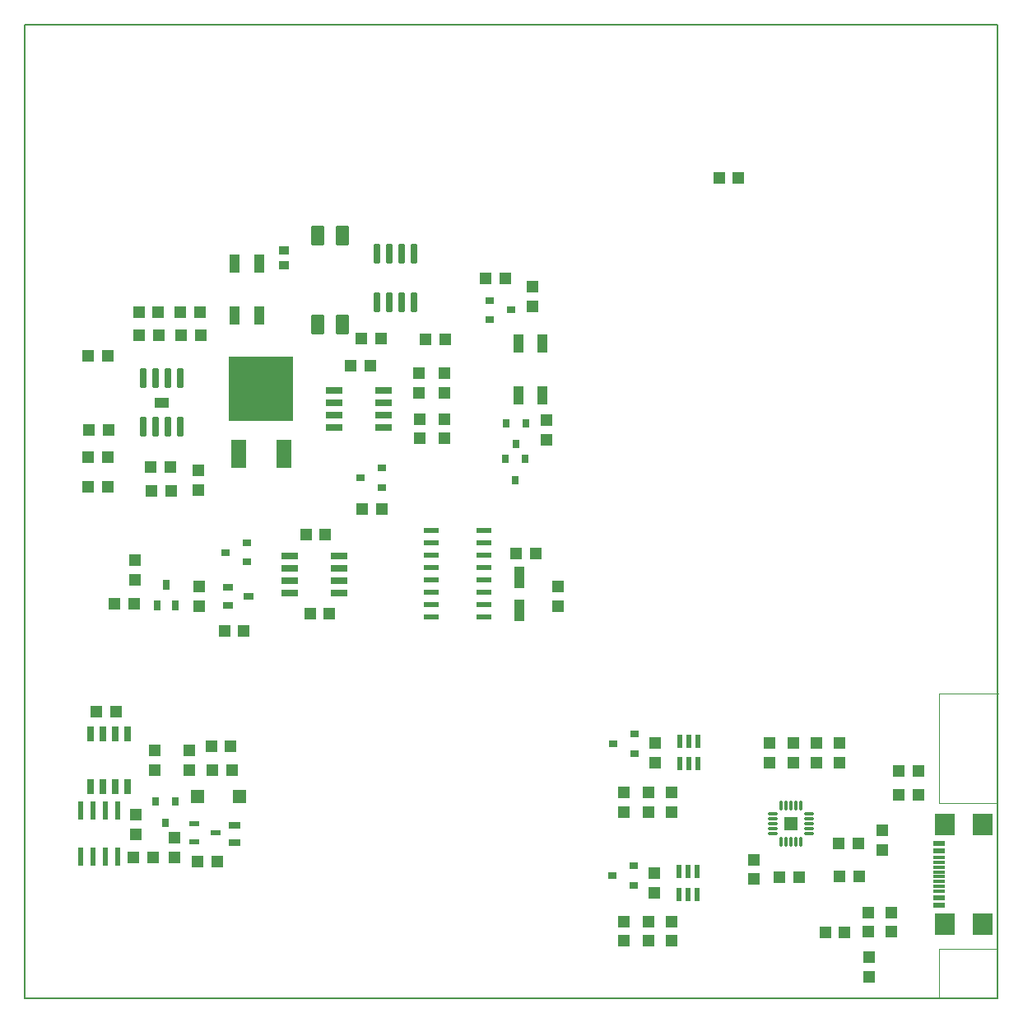
<source format=gtp>
G04*
G04 #@! TF.GenerationSoftware,Altium Limited,CircuitStudio,1.5.2 (30)*
G04*
G04 Layer_Color=7318015*
%FSLAX44Y44*%
%MOMM*%
G71*
G01*
G75*
%ADD10R,1.3000X1.2000*%
%ADD11R,1.2000X1.3000*%
%ADD12R,1.0000X2.2500*%
%ADD13R,0.5588X1.9812*%
G04:AMPARAMS|DCode=15|XSize=0.96mm|YSize=0.26mm|CornerRadius=0.0325mm|HoleSize=0mm|Usage=FLASHONLY|Rotation=270.000|XOffset=0mm|YOffset=0mm|HoleType=Round|Shape=RoundedRectangle|*
%AMROUNDEDRECTD15*
21,1,0.9600,0.1950,0,0,270.0*
21,1,0.8950,0.2600,0,0,270.0*
1,1,0.0650,-0.0975,-0.4475*
1,1,0.0650,-0.0975,0.4475*
1,1,0.0650,0.0975,0.4475*
1,1,0.0650,0.0975,-0.4475*
%
%ADD15ROUNDEDRECTD15*%
G04:AMPARAMS|DCode=16|XSize=0.26mm|YSize=0.96mm|CornerRadius=0.0325mm|HoleSize=0mm|Usage=FLASHONLY|Rotation=270.000|XOffset=0mm|YOffset=0mm|HoleType=Round|Shape=RoundedRectangle|*
%AMROUNDEDRECTD16*
21,1,0.2600,0.8950,0,0,270.0*
21,1,0.1950,0.9600,0,0,270.0*
1,1,0.0650,-0.4475,-0.0975*
1,1,0.0650,-0.4475,0.0975*
1,1,0.0650,0.4475,0.0975*
1,1,0.0650,0.4475,-0.0975*
%
%ADD16ROUNDEDRECTD16*%
%ADD17R,0.9000X0.8000*%
G04:AMPARAMS|DCode=18|XSize=1.59mm|YSize=0.57mm|CornerRadius=0.0712mm|HoleSize=0mm|Usage=FLASHONLY|Rotation=180.000|XOffset=0mm|YOffset=0mm|HoleType=Round|Shape=RoundedRectangle|*
%AMROUNDEDRECTD18*
21,1,1.5900,0.4275,0,0,180.0*
21,1,1.4475,0.5700,0,0,180.0*
1,1,0.1425,-0.7238,0.2138*
1,1,0.1425,0.7238,0.2138*
1,1,0.1425,0.7238,-0.2138*
1,1,0.1425,-0.7238,-0.2138*
%
%ADD18ROUNDEDRECTD18*%
%ADD19R,1.6000X3.0000*%
%ADD20R,6.7000X6.7000*%
%ADD21R,1.7000X0.6500*%
G04:AMPARAMS|DCode=22|XSize=1.09mm|YSize=0.61mm|CornerRadius=0.0763mm|HoleSize=0mm|Usage=FLASHONLY|Rotation=90.000|XOffset=0mm|YOffset=0mm|HoleType=Round|Shape=RoundedRectangle|*
%AMROUNDEDRECTD22*
21,1,1.0900,0.4575,0,0,90.0*
21,1,0.9375,0.6100,0,0,90.0*
1,1,0.1525,0.2288,0.4688*
1,1,0.1525,0.2288,-0.4688*
1,1,0.1525,-0.2288,-0.4688*
1,1,0.1525,-0.2288,0.4688*
%
%ADD22ROUNDEDRECTD22*%
G04:AMPARAMS|DCode=23|XSize=1.97mm|YSize=0.6mm|CornerRadius=0.075mm|HoleSize=0mm|Usage=FLASHONLY|Rotation=270.000|XOffset=0mm|YOffset=0mm|HoleType=Round|Shape=RoundedRectangle|*
%AMROUNDEDRECTD23*
21,1,1.9700,0.4500,0,0,270.0*
21,1,1.8200,0.6000,0,0,270.0*
1,1,0.1500,-0.2250,-0.9100*
1,1,0.1500,-0.2250,0.9100*
1,1,0.1500,0.2250,0.9100*
1,1,0.1500,0.2250,-0.9100*
%
%ADD23ROUNDEDRECTD23*%
G04:AMPARAMS|DCode=25|XSize=1.09mm|YSize=0.61mm|CornerRadius=0.0763mm|HoleSize=0mm|Usage=FLASHONLY|Rotation=0.000|XOffset=0mm|YOffset=0mm|HoleType=Round|Shape=RoundedRectangle|*
%AMROUNDEDRECTD25*
21,1,1.0900,0.4575,0,0,0.0*
21,1,0.9375,0.6100,0,0,0.0*
1,1,0.1525,0.4688,-0.2288*
1,1,0.1525,-0.4688,-0.2288*
1,1,0.1525,-0.4688,0.2288*
1,1,0.1525,0.4688,0.2288*
%
%ADD25ROUNDEDRECTD25*%
%ADD26R,0.9900X0.9200*%
%ADD27R,1.0500X1.8750*%
%ADD28R,0.8000X0.9000*%
G04:AMPARAMS|DCode=29|XSize=1.29mm|YSize=0.59mm|CornerRadius=0.0738mm|HoleSize=0mm|Usage=FLASHONLY|Rotation=270.000|XOffset=0mm|YOffset=0mm|HoleType=Round|Shape=RoundedRectangle|*
%AMROUNDEDRECTD29*
21,1,1.2900,0.4425,0,0,270.0*
21,1,1.1425,0.5900,0,0,270.0*
1,1,0.1475,-0.2213,-0.5713*
1,1,0.1475,-0.2213,0.5713*
1,1,0.1475,0.2213,0.5713*
1,1,0.1475,0.2213,-0.5713*
%
%ADD29ROUNDEDRECTD29*%
%ADD30R,1.1500X0.6000*%
%ADD31R,1.1500X0.3000*%
%ADD32R,2.0000X2.1800*%
%ADD33R,1.4400X1.4800*%
%ADD34R,1.0900X0.6100*%
%ADD35R,1.2300X0.7900*%
%ADD36R,0.6500X1.5000*%
G04:AMPARAMS|DCode=37|XSize=2.09mm|YSize=1.39mm|CornerRadius=0.1737mm|HoleSize=0mm|Usage=FLASHONLY|Rotation=90.000|XOffset=0mm|YOffset=0mm|HoleType=Round|Shape=RoundedRectangle|*
%AMROUNDEDRECTD37*
21,1,2.0900,1.0425,0,0,90.0*
21,1,1.7425,1.3900,0,0,90.0*
1,1,0.3475,0.5212,0.8712*
1,1,0.3475,0.5212,-0.8712*
1,1,0.3475,-0.5212,-0.8712*
1,1,0.3475,-0.5212,0.8712*
%
%ADD37ROUNDEDRECTD37*%
%ADD51C,0.1500*%
%ADD52C,0.1000*%
%ADD74R,1.3200X1.3200*%
G36*
X404140Y866940D02*
X389760D01*
Y877060D01*
X404140D01*
Y866940D01*
D02*
G37*
D10*
X804000Y683000D02*
D03*
Y663000D02*
D03*
X903000Y368000D02*
D03*
Y388000D02*
D03*
X904000Y502000D02*
D03*
Y522000D02*
D03*
X434460Y782000D02*
D03*
Y802000D02*
D03*
X435000Y683000D02*
D03*
Y663000D02*
D03*
X369000Y710000D02*
D03*
Y690000D02*
D03*
X662000Y835000D02*
D03*
Y855000D02*
D03*
X687000D02*
D03*
Y835000D02*
D03*
X687000Y882000D02*
D03*
Y902000D02*
D03*
X661000Y882000D02*
D03*
Y902000D02*
D03*
X792000Y834000D02*
D03*
Y854000D02*
D03*
X778000Y991000D02*
D03*
Y971000D02*
D03*
X872000Y451000D02*
D03*
Y471000D02*
D03*
X897000D02*
D03*
Y451000D02*
D03*
X921000Y471000D02*
D03*
Y451000D02*
D03*
X872000Y318544D02*
D03*
Y338544D02*
D03*
X897000D02*
D03*
Y318544D02*
D03*
X921000Y338544D02*
D03*
Y318544D02*
D03*
X1006000Y402000D02*
D03*
Y382000D02*
D03*
X1124000Y282000D02*
D03*
Y302000D02*
D03*
X1147000Y328000D02*
D03*
Y348000D02*
D03*
X1123000Y328000D02*
D03*
Y348000D02*
D03*
X1138000Y432000D02*
D03*
Y412000D02*
D03*
X1022000Y502000D02*
D03*
Y522000D02*
D03*
X1046000Y502000D02*
D03*
Y522000D02*
D03*
X1070000Y502000D02*
D03*
Y522000D02*
D03*
X1094000Y502000D02*
D03*
Y522000D02*
D03*
X369982Y448476D02*
D03*
Y428476D02*
D03*
X389033Y514516D02*
D03*
Y494516D02*
D03*
X409352Y404346D02*
D03*
Y424346D02*
D03*
X424593Y494516D02*
D03*
Y514516D02*
D03*
D11*
X970000Y1103000D02*
D03*
X990000D02*
D03*
X761000Y717000D02*
D03*
X781000D02*
D03*
X1032000Y384000D02*
D03*
X1052000D02*
D03*
X393000Y964960D02*
D03*
X373000D02*
D03*
X611000Y910000D02*
D03*
X591000D02*
D03*
X385460Y806000D02*
D03*
X405460D02*
D03*
X386000Y781000D02*
D03*
X406000D02*
D03*
X341810Y844060D02*
D03*
X321810D02*
D03*
X341000Y816000D02*
D03*
X321000D02*
D03*
X341000Y785000D02*
D03*
X321000D02*
D03*
X393460Y941000D02*
D03*
X373460D02*
D03*
X341000Y920000D02*
D03*
X321000D02*
D03*
X436000Y965000D02*
D03*
X416000D02*
D03*
X436460Y941000D02*
D03*
X416460D02*
D03*
X348000Y665000D02*
D03*
X368000D02*
D03*
X461000Y637000D02*
D03*
X481000D02*
D03*
X545000Y736000D02*
D03*
X565000D02*
D03*
X569000Y655000D02*
D03*
X549000D02*
D03*
X603000Y762200D02*
D03*
X623000D02*
D03*
X688000Y937000D02*
D03*
X668000D02*
D03*
X602000Y938000D02*
D03*
X622000D02*
D03*
X750000Y1000000D02*
D03*
X730000D02*
D03*
X1114000Y384500D02*
D03*
X1094000D02*
D03*
X1113000Y419000D02*
D03*
X1093000D02*
D03*
X1155000Y469000D02*
D03*
X1175000D02*
D03*
Y493000D02*
D03*
X1155000D02*
D03*
X1079000Y327000D02*
D03*
X1099000D02*
D03*
X367603Y404186D02*
D03*
X387603D02*
D03*
X447612Y518486D02*
D03*
X467612D02*
D03*
X349502Y554046D02*
D03*
X329502D02*
D03*
X433643Y400376D02*
D03*
X453643D02*
D03*
X448882Y494356D02*
D03*
X468882D02*
D03*
D12*
X764633Y692024D02*
D03*
Y658024D02*
D03*
D13*
X350843Y405134D02*
D03*
X338143D02*
D03*
X325443D02*
D03*
X312743D02*
D03*
Y452378D02*
D03*
X325443D02*
D03*
X338143D02*
D03*
X350843D02*
D03*
D15*
X1054000Y420300D02*
D03*
X1049000D02*
D03*
X1044000D02*
D03*
X1039000D02*
D03*
X1034000D02*
D03*
Y457700D02*
D03*
X1039000D02*
D03*
X1044000D02*
D03*
X1049000D02*
D03*
X1054000D02*
D03*
D16*
X1062700Y449000D02*
D03*
Y444000D02*
D03*
Y439000D02*
D03*
Y434000D02*
D03*
Y429000D02*
D03*
X1025300D02*
D03*
Y434000D02*
D03*
Y439000D02*
D03*
Y444000D02*
D03*
Y449000D02*
D03*
D17*
X623000Y784749D02*
D03*
Y804749D02*
D03*
X601000Y794749D02*
D03*
X484000Y708000D02*
D03*
Y728000D02*
D03*
X462000Y718000D02*
D03*
X734000Y977000D02*
D03*
Y957000D02*
D03*
X756000Y967000D02*
D03*
X882000Y376000D02*
D03*
Y396000D02*
D03*
X860000Y386000D02*
D03*
X883000Y511000D02*
D03*
Y531000D02*
D03*
X861000Y521000D02*
D03*
D18*
X673900Y651550D02*
D03*
Y664250D02*
D03*
Y676950D02*
D03*
Y689650D02*
D03*
Y702350D02*
D03*
Y715050D02*
D03*
Y727750D02*
D03*
Y740450D02*
D03*
X728100D02*
D03*
Y727750D02*
D03*
Y715050D02*
D03*
Y702350D02*
D03*
Y689650D02*
D03*
Y676950D02*
D03*
Y664250D02*
D03*
Y651550D02*
D03*
D19*
X476000Y819500D02*
D03*
X522000D02*
D03*
D20*
X499000Y886000D02*
D03*
D21*
X624400Y845950D02*
D03*
Y858650D02*
D03*
Y871350D02*
D03*
Y884050D02*
D03*
X573600D02*
D03*
Y871350D02*
D03*
Y858650D02*
D03*
Y845950D02*
D03*
X528600Y675950D02*
D03*
Y688650D02*
D03*
Y701350D02*
D03*
Y714050D02*
D03*
X579400D02*
D03*
Y701350D02*
D03*
Y688650D02*
D03*
Y675950D02*
D03*
D22*
X410150Y663300D02*
D03*
X401000Y684700D02*
D03*
X391850Y663300D02*
D03*
D23*
X416000Y896750D02*
D03*
X403300D02*
D03*
X390600D02*
D03*
X377900D02*
D03*
Y847250D02*
D03*
X390600D02*
D03*
X403300D02*
D03*
X416000D02*
D03*
X656050Y975250D02*
D03*
X643350D02*
D03*
X630650D02*
D03*
X617950D02*
D03*
Y1024750D02*
D03*
X630650D02*
D03*
X643350D02*
D03*
X656050D02*
D03*
D25*
X464300Y663850D02*
D03*
X485700Y673000D02*
D03*
X464300Y682150D02*
D03*
D26*
X522000Y1013250D02*
D03*
Y1028750D02*
D03*
D27*
X496500Y1014625D02*
D03*
X471500D02*
D03*
Y961375D02*
D03*
X496500D02*
D03*
X788500Y932625D02*
D03*
X763500D02*
D03*
Y879375D02*
D03*
X788500D02*
D03*
D28*
X770000Y814000D02*
D03*
X750000D02*
D03*
X760000Y792000D02*
D03*
X771000Y851000D02*
D03*
X751000D02*
D03*
X761000Y829000D02*
D03*
X400462Y440176D02*
D03*
X390462Y462176D02*
D03*
X410462D02*
D03*
D29*
X947500Y366400D02*
D03*
X938000D02*
D03*
X928500D02*
D03*
Y389600D02*
D03*
X938000D02*
D03*
X947500D02*
D03*
X948500Y500988D02*
D03*
X939000D02*
D03*
X929500D02*
D03*
Y524188D02*
D03*
X939000D02*
D03*
X948500D02*
D03*
D30*
X1196250Y355000D02*
D03*
Y363000D02*
D03*
Y411000D02*
D03*
Y419000D02*
D03*
D31*
Y369500D02*
D03*
Y404500D02*
D03*
Y374500D02*
D03*
Y399500D02*
D03*
Y379500D02*
D03*
Y394500D02*
D03*
Y384500D02*
D03*
Y389500D02*
D03*
D32*
X1202000Y335900D02*
D03*
Y438100D02*
D03*
X1241300Y335900D02*
D03*
Y438100D02*
D03*
D33*
X433143Y466756D02*
D03*
X476442D02*
D03*
D34*
X430402Y438736D02*
D03*
Y420436D02*
D03*
X451802Y429586D02*
D03*
D35*
X471582Y437416D02*
D03*
Y419216D02*
D03*
D36*
X361092Y531516D02*
D03*
X348392D02*
D03*
X335692D02*
D03*
X322993D02*
D03*
Y477516D02*
D03*
X335692D02*
D03*
X348392D02*
D03*
X361092D02*
D03*
D37*
X557300Y952600D02*
D03*
X582700D02*
D03*
Y1043400D02*
D03*
X557300D02*
D03*
D51*
X256000Y1260000D02*
X1256000D01*
X256000Y260000D02*
X1256000D01*
Y1260000D01*
X256000Y260000D02*
Y1260000D01*
D52*
X1196000Y260000D02*
Y310000D01*
Y573000D02*
X1257000D01*
X1196000Y460000D02*
Y573000D01*
Y460000D02*
X1252000D01*
X1196000Y260000D02*
X1199000D01*
X1252000Y460000D02*
X1256000D01*
X1196000Y310000D02*
X1242000D01*
X1256000D01*
Y317000D01*
D74*
X1044000Y439000D02*
D03*
M02*

</source>
